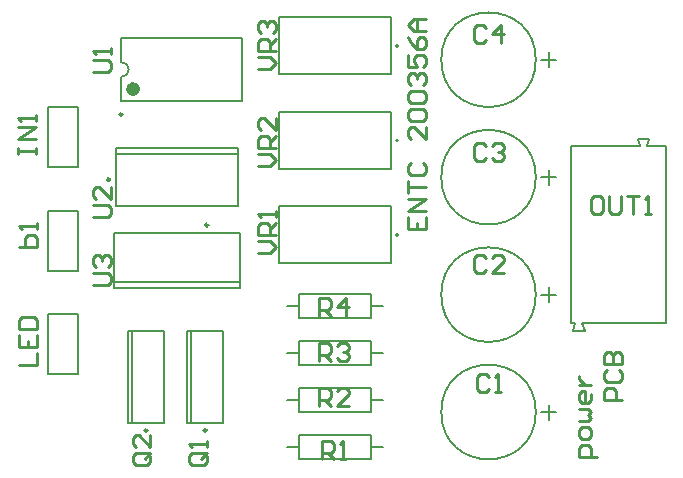
<source format=gto>
G04*
G04 #@! TF.GenerationSoftware,Altium Limited,Altium Designer,23.0.1 (38)*
G04*
G04 Layer_Color=65535*
%FSLAX25Y25*%
%MOIN*%
G70*
G04*
G04 #@! TF.SameCoordinates,062A7089-F7A0-45CD-874A-4056981EB9F5*
G04*
G04*
G04 #@! TF.FilePolarity,Positive*
G04*
G01*
G75*
%ADD10C,0.00787*%
%ADD11C,0.00984*%
%ADD12C,0.02362*%
%ADD13C,0.00500*%
%ADD14C,0.01000*%
D10*
X177065Y105853D02*
G03*
X177065Y105853I-15748J0D01*
G01*
X38876Y139232D02*
G03*
X38876Y144232I0J2500D01*
G01*
X131199Y149606D02*
G03*
X131199Y149606I-394J0D01*
G01*
Y118110D02*
G03*
X131199Y118110I-394J0D01*
G01*
Y86614D02*
G03*
X131199Y86614I-394J0D01*
G01*
X177065Y145000D02*
G03*
X177065Y145000I-15748J0D01*
G01*
Y66706D02*
G03*
X177065Y66706I-15748J0D01*
G01*
Y27559D02*
G03*
X177065Y27559I-15748J0D01*
G01*
X178817Y105853D02*
X183817D01*
X181317Y103353D02*
Y108353D01*
X36337Y68780D02*
Y87283D01*
X78463Y68780D02*
Y87283D01*
X36337D02*
X78463D01*
X36337Y68780D02*
X78463D01*
X36337Y70748D02*
X78463D01*
X94136Y47244D02*
X98136D01*
X122136D02*
X126136D01*
X98136Y51244D02*
X122136D01*
X98136Y43244D02*
Y51244D01*
Y43244D02*
X122136D01*
Y51244D01*
X94136Y62992D02*
X98136D01*
X122136D02*
X126136D01*
X98136Y66992D02*
X122136D01*
X98136Y58992D02*
Y66992D01*
Y58992D02*
X122136D01*
Y66992D01*
X79034Y131299D02*
Y152165D01*
X38876Y144232D02*
Y152165D01*
Y131299D02*
Y139232D01*
Y152165D02*
X79034D01*
X38876Y131299D02*
X79034D01*
X122136Y15748D02*
X126136D01*
X94136D02*
X98136D01*
Y11748D02*
X122136D01*
Y19748D01*
X98136D02*
X122136D01*
X98136Y11748D02*
Y19748D01*
X94136Y31496D02*
X98136D01*
X122136D02*
X126136D01*
X98136Y35496D02*
X122136D01*
X98136Y27496D02*
Y35496D01*
Y27496D02*
X122136D01*
Y35496D01*
X24585Y109173D02*
Y129173D01*
X14585D02*
X24585D01*
X14585Y109173D02*
Y129173D01*
Y109173D02*
X24585D01*
X14585Y74646D02*
Y94646D01*
Y74646D02*
X24585D01*
Y94646D01*
X14585D02*
X24585D01*
X14585Y40118D02*
Y60118D01*
Y40118D02*
X24585D01*
Y60118D01*
X14585D02*
X24585D01*
X181317Y142500D02*
Y147500D01*
X178817Y145000D02*
X183817D01*
X181317Y64206D02*
Y69206D01*
X178817Y66706D02*
X183817D01*
X181317Y25059D02*
Y30059D01*
X178817Y27559D02*
X183817D01*
X37124Y96398D02*
Y115689D01*
X77676Y96398D02*
Y115689D01*
X37124Y96398D02*
X77676D01*
X37124Y115689D02*
X77676D01*
X37124Y113720D02*
X77676D01*
X192458Y57087D02*
X220372D01*
X188876D02*
X190293D01*
X220372D02*
Y116142D01*
X188876Y57087D02*
Y116142D01*
X192458Y57087D02*
X193344Y54724D01*
X189407D02*
X190293Y57087D01*
X189407Y54724D02*
X193344D01*
X211022Y118504D02*
X214959D01*
X211022D02*
X211907Y116142D01*
X214073D02*
X214959Y118504D01*
X214073Y116142D02*
X220372D01*
X188876D02*
X211907D01*
X62105Y24016D02*
Y54724D01*
X60884Y24016D02*
Y54724D01*
X72695Y24016D02*
Y54724D01*
X60884D02*
X72695D01*
X60884Y24016D02*
X72695D01*
X42420D02*
Y54724D01*
X41199Y24016D02*
Y54724D01*
X53010Y24016D02*
Y54724D01*
X41199D02*
X53010D01*
X41199Y24016D02*
X53010D01*
D11*
X67892Y89842D02*
G03*
X67892Y89842I-492J0D01*
G01*
X39329Y126732D02*
G03*
X39329Y126732I-492J0D01*
G01*
X35058Y105000D02*
G03*
X35058Y105000I-492J0D01*
G01*
X67321Y21457D02*
G03*
X67321Y21457I-492J0D01*
G01*
X47636D02*
G03*
X47636Y21457I-492J0D01*
G01*
D12*
X43995Y135236D02*
G03*
X43995Y135236I-1181J0D01*
G01*
D13*
X91376Y159094D02*
X128896D01*
Y140079D02*
Y159094D01*
X91376Y140079D02*
Y159094D01*
Y140079D02*
X128896D01*
X91376Y127598D02*
X128896D01*
Y108583D02*
Y127598D01*
X91376Y108583D02*
Y127598D01*
Y108583D02*
X128896D01*
X91376Y96102D02*
X128896D01*
Y77087D02*
Y96102D01*
X91376Y77087D02*
Y96102D01*
Y77087D02*
X128896D01*
D14*
X134402Y92499D02*
Y88500D01*
X140400D01*
Y92499D01*
X137401Y88500D02*
Y90499D01*
X140400Y94498D02*
X134402D01*
X140400Y98497D01*
X134402D01*
Y100496D02*
Y104495D01*
Y102496D01*
X140400D01*
X135402Y110493D02*
X134402Y109493D01*
Y107494D01*
X135402Y106494D01*
X139400D01*
X140400Y107494D01*
Y109493D01*
X139400Y110493D01*
X140400Y122489D02*
Y118490D01*
X136401Y122489D01*
X135402D01*
X134402Y121489D01*
Y119490D01*
X135402Y118490D01*
Y124488D02*
X134402Y125488D01*
Y127487D01*
X135402Y128487D01*
X139400D01*
X140400Y127487D01*
Y125488D01*
X139400Y124488D01*
X135402D01*
Y130486D02*
X134402Y131486D01*
Y133485D01*
X135402Y134485D01*
X139400D01*
X140400Y133485D01*
Y131486D01*
X139400Y130486D01*
X135402D01*
Y136485D02*
X134402Y137484D01*
Y139483D01*
X135402Y140483D01*
X136401D01*
X137401Y139483D01*
Y138484D01*
Y139483D01*
X138401Y140483D01*
X139400D01*
X140400Y139483D01*
Y137484D01*
X139400Y136485D01*
X134402Y146481D02*
Y142482D01*
X137401D01*
X136401Y144482D01*
Y145482D01*
X137401Y146481D01*
X139400D01*
X140400Y145482D01*
Y143482D01*
X139400Y142482D01*
X134402Y152479D02*
X135402Y150480D01*
X137401Y148481D01*
X139400D01*
X140400Y149480D01*
Y151480D01*
X139400Y152479D01*
X138401D01*
X137401Y151480D01*
Y148481D01*
X140400Y154479D02*
X136401D01*
X134402Y156478D01*
X136401Y158477D01*
X140400D01*
X137401D01*
Y154479D01*
X205900Y31500D02*
X199902D01*
Y34499D01*
X200902Y35499D01*
X202901D01*
X203901Y34499D01*
Y31500D01*
X200902Y41497D02*
X199902Y40497D01*
Y38498D01*
X200902Y37498D01*
X204900D01*
X205900Y38498D01*
Y40497D01*
X204900Y41497D01*
X199902Y43496D02*
X205900D01*
Y46495D01*
X204900Y47495D01*
X203901D01*
X202901Y46495D01*
Y43496D01*
Y46495D01*
X201901Y47495D01*
X200902D01*
X199902Y46495D01*
Y43496D01*
X197400Y12500D02*
X191402D01*
Y15499D01*
X192402Y16499D01*
X194401D01*
X195401Y15499D01*
Y12500D01*
Y19498D02*
Y21497D01*
X194401Y22497D01*
X192402D01*
X191402Y21497D01*
Y19498D01*
X192402Y18498D01*
X194401D01*
X195401Y19498D01*
X191402Y24496D02*
X194401D01*
X195401Y25496D01*
X194401Y26496D01*
X195401Y27495D01*
X194401Y28495D01*
X191402D01*
X195401Y33493D02*
Y31494D01*
X194401Y30494D01*
X192402D01*
X191402Y31494D01*
Y33493D01*
X192402Y34493D01*
X193401D01*
Y30494D01*
X191402Y36492D02*
X195401D01*
X193401D01*
X192402Y37492D01*
X191402Y38492D01*
Y39491D01*
X84401Y142003D02*
X88400D01*
X90399Y144002D01*
X88400Y146001D01*
X84401D01*
X90399Y148001D02*
X84401D01*
Y151000D01*
X85401Y151999D01*
X87400D01*
X88400Y151000D01*
Y148001D01*
Y150000D02*
X90399Y151999D01*
X85401Y153999D02*
X84401Y154998D01*
Y156998D01*
X85401Y157997D01*
X86400D01*
X87400Y156998D01*
Y155998D01*
Y156998D01*
X88400Y157997D01*
X89399D01*
X90399Y156998D01*
Y154998D01*
X89399Y153999D01*
X84401Y109503D02*
X88400D01*
X90399Y111502D01*
X88400Y113501D01*
X84401D01*
X90399Y115501D02*
X84401D01*
Y118500D01*
X85401Y119499D01*
X87400D01*
X88400Y118500D01*
Y115501D01*
Y117500D02*
X90399Y119499D01*
Y125497D02*
Y121499D01*
X86400Y125497D01*
X85401D01*
X84401Y124498D01*
Y122498D01*
X85401Y121499D01*
X104902Y59501D02*
Y65499D01*
X107901D01*
X108900Y64499D01*
Y62500D01*
X107901Y61500D01*
X104902D01*
X106901D02*
X108900Y59501D01*
X113899D02*
Y65499D01*
X110900Y62500D01*
X114898D01*
X104902Y44501D02*
Y50499D01*
X107901D01*
X108900Y49499D01*
Y47500D01*
X107901Y46500D01*
X104902D01*
X106901D02*
X108900Y44501D01*
X110900Y49499D02*
X111899Y50499D01*
X113899D01*
X114898Y49499D01*
Y48500D01*
X113899Y47500D01*
X112899D01*
X113899D01*
X114898Y46500D01*
Y45501D01*
X113899Y44501D01*
X111899D01*
X110900Y45501D01*
X104902Y29501D02*
Y35499D01*
X107901D01*
X108900Y34499D01*
Y32500D01*
X107901Y31500D01*
X104902D01*
X106901D02*
X108900Y29501D01*
X114898D02*
X110900D01*
X114898Y33500D01*
Y34499D01*
X113899Y35499D01*
X111899D01*
X110900Y34499D01*
X4775Y82616D02*
X10773D01*
Y85615D01*
X9773Y86614D01*
X8774D01*
X7774D01*
X6774Y85615D01*
Y82616D01*
X10773Y88613D02*
Y90613D01*
Y89613D01*
X4775D01*
X5775Y88613D01*
X4775Y43184D02*
X10773D01*
Y47182D01*
X4775Y53180D02*
Y49182D01*
X10773D01*
Y53180D01*
X7774Y49182D02*
Y51181D01*
X4775Y55180D02*
X10773D01*
Y58179D01*
X9773Y59179D01*
X5775D01*
X4775Y58179D01*
Y55180D01*
X84401Y80502D02*
X88400D01*
X90399Y82502D01*
X88400Y84501D01*
X84401D01*
X90399Y86500D02*
X84401D01*
Y89499D01*
X85401Y90499D01*
X87400D01*
X88400Y89499D01*
Y86500D01*
Y88500D02*
X90399Y90499D01*
Y92498D02*
Y94498D01*
Y93498D01*
X84401D01*
X85401Y92498D01*
X29401Y70002D02*
X34399D01*
X35399Y71001D01*
Y73001D01*
X34399Y74000D01*
X29401D01*
X30401Y76000D02*
X29401Y76999D01*
Y78999D01*
X30401Y79998D01*
X31400D01*
X32400Y78999D01*
Y77999D01*
Y78999D01*
X33400Y79998D01*
X34399D01*
X35399Y78999D01*
Y76999D01*
X34399Y76000D01*
X29401Y92502D02*
X34399D01*
X35399Y93501D01*
Y95501D01*
X34399Y96500D01*
X29401D01*
X35399Y102498D02*
Y98500D01*
X31400Y102498D01*
X30401D01*
X29401Y101499D01*
Y99499D01*
X30401Y98500D01*
X29401Y141001D02*
X34399D01*
X35399Y142001D01*
Y144000D01*
X34399Y145000D01*
X29401D01*
X35399Y146999D02*
Y148999D01*
Y147999D01*
X29401D01*
X30401Y146999D01*
X105901Y12001D02*
Y17999D01*
X108900D01*
X109900Y16999D01*
Y15000D01*
X108900Y14000D01*
X105901D01*
X107901D02*
X109900Y12001D01*
X111899D02*
X113899D01*
X112899D01*
Y17999D01*
X111899Y16999D01*
X47643Y13870D02*
X43645D01*
X42645Y12871D01*
Y10871D01*
X43645Y9872D01*
X47643D01*
X48643Y10871D01*
Y12871D01*
X46644Y11871D02*
X48643Y13870D01*
Y12871D02*
X47643Y13870D01*
X48643Y19869D02*
Y15870D01*
X44644Y19869D01*
X43645D01*
X42645Y18869D01*
Y16869D01*
X43645Y15870D01*
X66329Y13870D02*
X62330D01*
X61330Y12870D01*
Y10871D01*
X62330Y9871D01*
X66329D01*
X67328Y10871D01*
Y12870D01*
X65329Y11871D02*
X67328Y13870D01*
Y12870D02*
X66329Y13870D01*
X67328Y15869D02*
Y17869D01*
Y16869D01*
X61330D01*
X62330Y15869D01*
X198627Y99613D02*
X196627D01*
X195628Y98614D01*
Y94615D01*
X196627Y93615D01*
X198627D01*
X199626Y94615D01*
Y98614D01*
X198627Y99613D01*
X201626D02*
Y94615D01*
X202625Y93615D01*
X204625D01*
X205624Y94615D01*
Y99613D01*
X207624D02*
X211623D01*
X209623D01*
Y93615D01*
X213622D02*
X215621D01*
X214621D01*
Y99613D01*
X213622Y98614D01*
X4401Y113502D02*
Y115501D01*
Y114502D01*
X10399D01*
Y113502D01*
Y115501D01*
Y118500D02*
X4401D01*
X10399Y122499D01*
X4401D01*
X10399Y124498D02*
Y126498D01*
Y125498D01*
X4401D01*
X5401Y124498D01*
X160418Y155543D02*
X159418Y156542D01*
X157419D01*
X156419Y155543D01*
Y151544D01*
X157419Y150544D01*
X159418D01*
X160418Y151544D01*
X165416Y150544D02*
Y156542D01*
X162417Y153543D01*
X166416D01*
X160418Y116173D02*
X159418Y117172D01*
X157419D01*
X156419Y116173D01*
Y112174D01*
X157419Y111174D01*
X159418D01*
X160418Y112174D01*
X162417Y116173D02*
X163417Y117172D01*
X165416D01*
X166416Y116173D01*
Y115173D01*
X165416Y114173D01*
X164416D01*
X165416D01*
X166416Y113174D01*
Y112174D01*
X165416Y111174D01*
X163417D01*
X162417Y112174D01*
X160418Y78771D02*
X159418Y79771D01*
X157419D01*
X156419Y78771D01*
Y74772D01*
X157419Y73773D01*
X159418D01*
X160418Y74772D01*
X166416Y73773D02*
X162417D01*
X166416Y77771D01*
Y78771D01*
X165416Y79771D01*
X163417D01*
X162417Y78771D01*
X161417Y39401D02*
X160418Y40401D01*
X158418D01*
X157419Y39401D01*
Y35402D01*
X158418Y34402D01*
X160418D01*
X161417Y35402D01*
X163417Y34402D02*
X165416D01*
X164416D01*
Y40401D01*
X163417Y39401D01*
M02*

</source>
